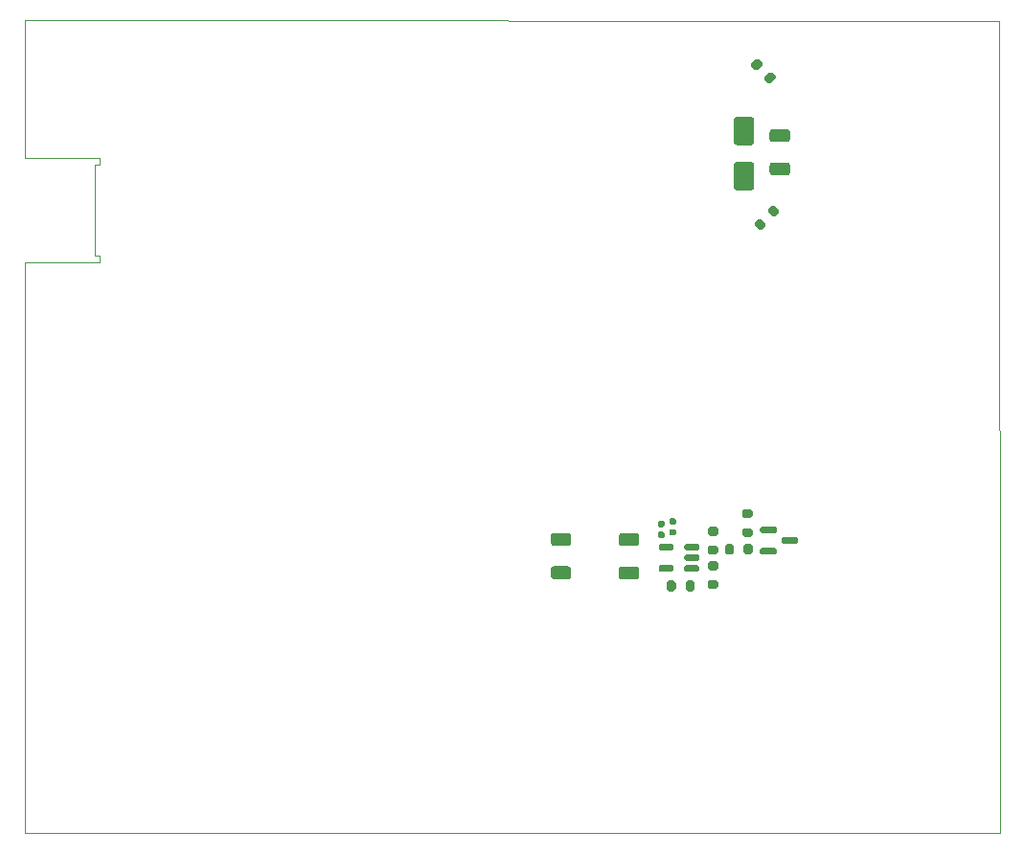
<source format=gbp>
G04 #@! TF.GenerationSoftware,KiCad,Pcbnew,9.0.1+1*
G04 #@! TF.CreationDate,2025-10-07T10:17:34+00:00*
G04 #@! TF.ProjectId,c64psu,63363470-7375-42e6-9b69-6361645f7063,rev?*
G04 #@! TF.SameCoordinates,Original*
G04 #@! TF.FileFunction,Paste,Bot*
G04 #@! TF.FilePolarity,Positive*
%FSLAX46Y46*%
G04 Gerber Fmt 4.6, Leading zero omitted, Abs format (unit mm)*
G04 Created by KiCad (PCBNEW 9.0.1+1) date 2025-10-07 10:17:34*
%MOMM*%
%LPD*%
G01*
G04 APERTURE LIST*
G04 #@! TA.AperFunction,Profile*
%ADD10C,0.050000*%
G04 #@! TD*
G04 APERTURE END LIST*
D10*
X219224551Y-37033468D02*
X219250062Y-108900624D01*
X133100087Y-108875624D01*
X133075074Y-58400000D01*
X139675000Y-58400000D01*
X139675000Y-57800000D01*
X139250000Y-57800000D01*
X139250000Y-49750000D01*
X139700000Y-49750000D01*
X139700000Y-49150000D01*
X133075000Y-49150000D01*
X133075000Y-37008468D01*
X219224551Y-37033468D01*
G36*
G01*
X197296800Y-52036802D02*
X195996800Y-52036802D01*
G75*
G02*
X195746800Y-51786802I0J250000D01*
G01*
X195746800Y-49786802D01*
G75*
G02*
X195996800Y-49536802I250000J0D01*
G01*
X197296800Y-49536802D01*
G75*
G02*
X197546800Y-49786802I0J-250000D01*
G01*
X197546800Y-51786802D01*
G75*
G02*
X197296800Y-52036802I-250000J0D01*
G01*
G37*
G36*
G01*
X197296800Y-48036800D02*
X195996800Y-48036800D01*
G75*
G02*
X195746800Y-47786800I0J250000D01*
G01*
X195746800Y-45786800D01*
G75*
G02*
X195996800Y-45536800I250000J0D01*
G01*
X197296800Y-45536800D01*
G75*
G02*
X197546800Y-45786800I0J-250000D01*
G01*
X197546800Y-47786800D01*
G75*
G02*
X197296800Y-48036800I-250000J0D01*
G01*
G37*
G36*
G01*
X193628600Y-84830200D02*
X194178600Y-84830200D01*
G75*
G02*
X194378600Y-85030200I0J-200000D01*
G01*
X194378600Y-85430200D01*
G75*
G02*
X194178600Y-85630200I-200000J0D01*
G01*
X193628600Y-85630200D01*
G75*
G02*
X193428600Y-85430200I0J200000D01*
G01*
X193428600Y-85030200D01*
G75*
G02*
X193628600Y-84830200I200000J0D01*
G01*
G37*
G36*
G01*
X193628600Y-86480200D02*
X194178600Y-86480200D01*
G75*
G02*
X194378600Y-86680200I0J-200000D01*
G01*
X194378600Y-87080200D01*
G75*
G02*
X194178600Y-87280200I-200000J0D01*
G01*
X193628600Y-87280200D01*
G75*
G02*
X193428600Y-87080200I0J200000D01*
G01*
X193428600Y-86680200D01*
G75*
G02*
X193628600Y-86480200I200000J0D01*
G01*
G37*
G36*
G01*
X192706400Y-83431201D02*
X192706400Y-83731201D01*
G75*
G02*
X192556400Y-83881201I-150000J0D01*
G01*
X191531400Y-83881201D01*
G75*
G02*
X191381400Y-83731201I0J150000D01*
G01*
X191381400Y-83431201D01*
G75*
G02*
X191531400Y-83281201I150000J0D01*
G01*
X192556400Y-83281201D01*
G75*
G02*
X192706400Y-83431201I0J-150000D01*
G01*
G37*
G36*
G01*
X192706400Y-84381200D02*
X192706400Y-84681200D01*
G75*
G02*
X192556400Y-84831200I-150000J0D01*
G01*
X191531400Y-84831200D01*
G75*
G02*
X191381400Y-84681200I0J150000D01*
G01*
X191381400Y-84381200D01*
G75*
G02*
X191531400Y-84231200I150000J0D01*
G01*
X192556400Y-84231200D01*
G75*
G02*
X192706400Y-84381200I0J-150000D01*
G01*
G37*
G36*
G01*
X192706400Y-85331199D02*
X192706400Y-85631199D01*
G75*
G02*
X192556400Y-85781199I-150000J0D01*
G01*
X191531400Y-85781199D01*
G75*
G02*
X191381400Y-85631199I0J150000D01*
G01*
X191381400Y-85331199D01*
G75*
G02*
X191531400Y-85181199I150000J0D01*
G01*
X192556400Y-85181199D01*
G75*
G02*
X192706400Y-85331199I0J-150000D01*
G01*
G37*
G36*
G01*
X190431400Y-85331199D02*
X190431400Y-85631199D01*
G75*
G02*
X190281400Y-85781199I-150000J0D01*
G01*
X189256400Y-85781199D01*
G75*
G02*
X189106400Y-85631199I0J150000D01*
G01*
X189106400Y-85331199D01*
G75*
G02*
X189256400Y-85181199I150000J0D01*
G01*
X190281400Y-85181199D01*
G75*
G02*
X190431400Y-85331199I0J-150000D01*
G01*
G37*
G36*
G01*
X190431400Y-83431201D02*
X190431400Y-83731201D01*
G75*
G02*
X190281400Y-83881201I-150000J0D01*
G01*
X189256400Y-83881201D01*
G75*
G02*
X189106400Y-83731201I0J150000D01*
G01*
X189106400Y-83431201D01*
G75*
G02*
X189256400Y-83281201I150000J0D01*
G01*
X190281400Y-83281201D01*
G75*
G02*
X190431400Y-83431201I0J-150000D01*
G01*
G37*
G36*
G01*
X179830000Y-82329999D02*
X181130000Y-82329999D01*
G75*
G02*
X181380000Y-82579999I0J-250000D01*
G01*
X181380000Y-83229999D01*
G75*
G02*
X181130000Y-83479999I-250000J0D01*
G01*
X179830000Y-83479999D01*
G75*
G02*
X179580000Y-83229999I0J250000D01*
G01*
X179580000Y-82579999D01*
G75*
G02*
X179830000Y-82329999I250000J0D01*
G01*
G37*
G36*
G01*
X179830000Y-85280001D02*
X181130000Y-85280001D01*
G75*
G02*
X181380000Y-85530001I0J-250000D01*
G01*
X181380000Y-86180001D01*
G75*
G02*
X181130000Y-86430001I-250000J0D01*
G01*
X179830000Y-86430001D01*
G75*
G02*
X179580000Y-86180001I0J250000D01*
G01*
X179580000Y-85530001D01*
G75*
G02*
X179830000Y-85280001I250000J0D01*
G01*
G37*
G36*
G01*
X192283800Y-86745400D02*
X192283800Y-87295400D01*
G75*
G02*
X192083800Y-87495400I-200000J0D01*
G01*
X191683800Y-87495400D01*
G75*
G02*
X191483800Y-87295400I0J200000D01*
G01*
X191483800Y-86745400D01*
G75*
G02*
X191683800Y-86545400I200000J0D01*
G01*
X192083800Y-86545400D01*
G75*
G02*
X192283800Y-86745400I0J-200000D01*
G01*
G37*
G36*
G01*
X190633800Y-86745400D02*
X190633800Y-87295400D01*
G75*
G02*
X190433800Y-87495400I-200000J0D01*
G01*
X190033800Y-87495400D01*
G75*
G02*
X189833800Y-87295400I0J200000D01*
G01*
X189833800Y-86745400D01*
G75*
G02*
X190033800Y-86545400I200000J0D01*
G01*
X190433800Y-86545400D01*
G75*
G02*
X190633800Y-86745400I0J-200000D01*
G01*
G37*
G36*
G01*
X197226600Y-82696000D02*
X196676600Y-82696000D01*
G75*
G02*
X196476600Y-82496000I0J200000D01*
G01*
X196476600Y-82096000D01*
G75*
G02*
X196676600Y-81896000I200000J0D01*
G01*
X197226600Y-81896000D01*
G75*
G02*
X197426600Y-82096000I0J-200000D01*
G01*
X197426600Y-82496000D01*
G75*
G02*
X197226600Y-82696000I-200000J0D01*
G01*
G37*
G36*
G01*
X197226600Y-81046000D02*
X196676600Y-81046000D01*
G75*
G02*
X196476600Y-80846000I0J200000D01*
G01*
X196476600Y-80446000D01*
G75*
G02*
X196676600Y-80246000I200000J0D01*
G01*
X197226600Y-80246000D01*
G75*
G02*
X197426600Y-80446000I0J-200000D01*
G01*
X197426600Y-80846000D01*
G75*
G02*
X197226600Y-81046000I-200000J0D01*
G01*
G37*
G36*
G01*
X199350551Y-53396940D02*
X199739460Y-53785849D01*
G75*
G02*
X199739460Y-54068691I-141421J-141421D01*
G01*
X199456617Y-54351534D01*
G75*
G02*
X199173775Y-54351534I-141421J141421D01*
G01*
X198784866Y-53962625D01*
G75*
G02*
X198784866Y-53679783I141421J141421D01*
G01*
X199067709Y-53396940D01*
G75*
G02*
X199350551Y-53396940I141421J-141421D01*
G01*
G37*
G36*
G01*
X198183825Y-54563666D02*
X198572734Y-54952575D01*
G75*
G02*
X198572734Y-55235417I-141421J-141421D01*
G01*
X198289891Y-55518260D01*
G75*
G02*
X198007049Y-55518260I-141421J141421D01*
G01*
X197618140Y-55129351D01*
G75*
G02*
X197618140Y-54846509I141421J141421D01*
G01*
X197900983Y-54563666D01*
G75*
G02*
X198183825Y-54563666I141421J-141421D01*
G01*
G37*
G36*
G01*
X199170000Y-46619999D02*
X200470000Y-46619999D01*
G75*
G02*
X200720000Y-46869999I0J-250000D01*
G01*
X200720000Y-47519999D01*
G75*
G02*
X200470000Y-47769999I-250000J0D01*
G01*
X199170000Y-47769999D01*
G75*
G02*
X198920000Y-47519999I0J250000D01*
G01*
X198920000Y-46869999D01*
G75*
G02*
X199170000Y-46619999I250000J0D01*
G01*
G37*
G36*
G01*
X199170000Y-49570001D02*
X200470000Y-49570001D01*
G75*
G02*
X200720000Y-49820001I0J-250000D01*
G01*
X200720000Y-50470001D01*
G75*
G02*
X200470000Y-50720001I-250000J0D01*
G01*
X199170000Y-50720001D01*
G75*
G02*
X198920000Y-50470001I0J250000D01*
G01*
X198920000Y-49820001D01*
G75*
G02*
X199170000Y-49570001I250000J0D01*
G01*
G37*
G36*
G01*
X194964600Y-84044200D02*
X194964600Y-83494200D01*
G75*
G02*
X195164600Y-83294200I200000J0D01*
G01*
X195564600Y-83294200D01*
G75*
G02*
X195764600Y-83494200I0J-200000D01*
G01*
X195764600Y-84044200D01*
G75*
G02*
X195564600Y-84244200I-200000J0D01*
G01*
X195164600Y-84244200D01*
G75*
G02*
X194964600Y-84044200I0J200000D01*
G01*
G37*
G36*
G01*
X196614600Y-84044200D02*
X196614600Y-83494200D01*
G75*
G02*
X196814600Y-83294200I200000J0D01*
G01*
X197214600Y-83294200D01*
G75*
G02*
X197414600Y-83494200I0J-200000D01*
G01*
X197414600Y-84044200D01*
G75*
G02*
X197214600Y-84244200I-200000J0D01*
G01*
X196814600Y-84244200D01*
G75*
G02*
X196614600Y-84044200I0J200000D01*
G01*
G37*
G36*
G01*
X189161600Y-81259200D02*
X189501600Y-81259200D01*
G75*
G02*
X189641600Y-81399200I0J-140000D01*
G01*
X189641600Y-81679200D01*
G75*
G02*
X189501600Y-81819200I-140000J0D01*
G01*
X189161600Y-81819200D01*
G75*
G02*
X189021600Y-81679200I0J140000D01*
G01*
X189021600Y-81399200D01*
G75*
G02*
X189161600Y-81259200I140000J0D01*
G01*
G37*
G36*
G01*
X189161600Y-82219200D02*
X189501600Y-82219200D01*
G75*
G02*
X189641600Y-82359200I0J-140000D01*
G01*
X189641600Y-82639200D01*
G75*
G02*
X189501600Y-82779200I-140000J0D01*
G01*
X189161600Y-82779200D01*
G75*
G02*
X189021600Y-82639200I0J140000D01*
G01*
X189021600Y-82359200D01*
G75*
G02*
X189161600Y-82219200I140000J0D01*
G01*
G37*
G36*
G01*
X198070600Y-84107200D02*
X198070600Y-83807200D01*
G75*
G02*
X198220600Y-83657200I150000J0D01*
G01*
X199395600Y-83657200D01*
G75*
G02*
X199545600Y-83807200I0J-150000D01*
G01*
X199545600Y-84107200D01*
G75*
G02*
X199395600Y-84257200I-150000J0D01*
G01*
X198220600Y-84257200D01*
G75*
G02*
X198070600Y-84107200I0J150000D01*
G01*
G37*
G36*
G01*
X198070600Y-82207200D02*
X198070600Y-81907200D01*
G75*
G02*
X198220600Y-81757200I150000J0D01*
G01*
X199395600Y-81757200D01*
G75*
G02*
X199545600Y-81907200I0J-150000D01*
G01*
X199545600Y-82207200D01*
G75*
G02*
X199395600Y-82357200I-150000J0D01*
G01*
X198220600Y-82357200D01*
G75*
G02*
X198070600Y-82207200I0J150000D01*
G01*
G37*
G36*
G01*
X199945601Y-83157200D02*
X199945601Y-82857200D01*
G75*
G02*
X200095601Y-82707200I150000J0D01*
G01*
X201270601Y-82707200D01*
G75*
G02*
X201420601Y-82857200I0J-150000D01*
G01*
X201420601Y-83157200D01*
G75*
G02*
X201270601Y-83307200I-150000J0D01*
G01*
X200095601Y-83307200D01*
G75*
G02*
X199945601Y-83157200I0J150000D01*
G01*
G37*
G36*
G01*
X185840000Y-82349999D02*
X187140000Y-82349999D01*
G75*
G02*
X187390000Y-82599999I0J-250000D01*
G01*
X187390000Y-83249999D01*
G75*
G02*
X187140000Y-83499999I-250000J0D01*
G01*
X185840000Y-83499999D01*
G75*
G02*
X185590000Y-83249999I0J250000D01*
G01*
X185590000Y-82599999D01*
G75*
G02*
X185840000Y-82349999I250000J0D01*
G01*
G37*
G36*
G01*
X185840000Y-85300001D02*
X187140000Y-85300001D01*
G75*
G02*
X187390000Y-85550001I0J-250000D01*
G01*
X187390000Y-86200001D01*
G75*
G02*
X187140000Y-86450001I-250000J0D01*
G01*
X185840000Y-86450001D01*
G75*
G02*
X185590000Y-86200001I0J250000D01*
G01*
X185590000Y-85550001D01*
G75*
G02*
X185840000Y-85300001I250000J0D01*
G01*
G37*
G36*
G01*
X190517600Y-82548000D02*
X190177600Y-82548000D01*
G75*
G02*
X190037600Y-82408000I0J140000D01*
G01*
X190037600Y-82128000D01*
G75*
G02*
X190177600Y-81988000I140000J0D01*
G01*
X190517600Y-81988000D01*
G75*
G02*
X190657600Y-82128000I0J-140000D01*
G01*
X190657600Y-82408000D01*
G75*
G02*
X190517600Y-82548000I-140000J0D01*
G01*
G37*
G36*
G01*
X190517600Y-81588000D02*
X190177600Y-81588000D01*
G75*
G02*
X190037600Y-81448000I0J140000D01*
G01*
X190037600Y-81168000D01*
G75*
G02*
X190177600Y-81028000I140000J0D01*
G01*
X190517600Y-81028000D01*
G75*
G02*
X190657600Y-81168000I0J-140000D01*
G01*
X190657600Y-81448000D01*
G75*
G02*
X190517600Y-81588000I-140000J0D01*
G01*
G37*
G36*
G01*
X197313340Y-40831849D02*
X197702249Y-40442940D01*
G75*
G02*
X197985091Y-40442940I141421J-141421D01*
G01*
X198267934Y-40725783D01*
G75*
G02*
X198267934Y-41008625I-141421J-141421D01*
G01*
X197879025Y-41397534D01*
G75*
G02*
X197596183Y-41397534I-141421J141421D01*
G01*
X197313340Y-41114691D01*
G75*
G02*
X197313340Y-40831849I141421J141421D01*
G01*
G37*
G36*
G01*
X198480066Y-41998575D02*
X198868975Y-41609666D01*
G75*
G02*
X199151817Y-41609666I141421J-141421D01*
G01*
X199434660Y-41892509D01*
G75*
G02*
X199434660Y-42175351I-141421J-141421D01*
G01*
X199045751Y-42564260D01*
G75*
G02*
X198762909Y-42564260I-141421J141421D01*
G01*
X198480066Y-42281417D01*
G75*
G02*
X198480066Y-41998575I141421J141421D01*
G01*
G37*
G36*
G01*
X194178600Y-84232200D02*
X193628600Y-84232200D01*
G75*
G02*
X193428600Y-84032200I0J200000D01*
G01*
X193428600Y-83632200D01*
G75*
G02*
X193628600Y-83432200I200000J0D01*
G01*
X194178600Y-83432200D01*
G75*
G02*
X194378600Y-83632200I0J-200000D01*
G01*
X194378600Y-84032200D01*
G75*
G02*
X194178600Y-84232200I-200000J0D01*
G01*
G37*
G36*
G01*
X194178600Y-82582200D02*
X193628600Y-82582200D01*
G75*
G02*
X193428600Y-82382200I0J200000D01*
G01*
X193428600Y-81982200D01*
G75*
G02*
X193628600Y-81782200I200000J0D01*
G01*
X194178600Y-81782200D01*
G75*
G02*
X194378600Y-81982200I0J-200000D01*
G01*
X194378600Y-82382200D01*
G75*
G02*
X194178600Y-82582200I-200000J0D01*
G01*
G37*
M02*

</source>
